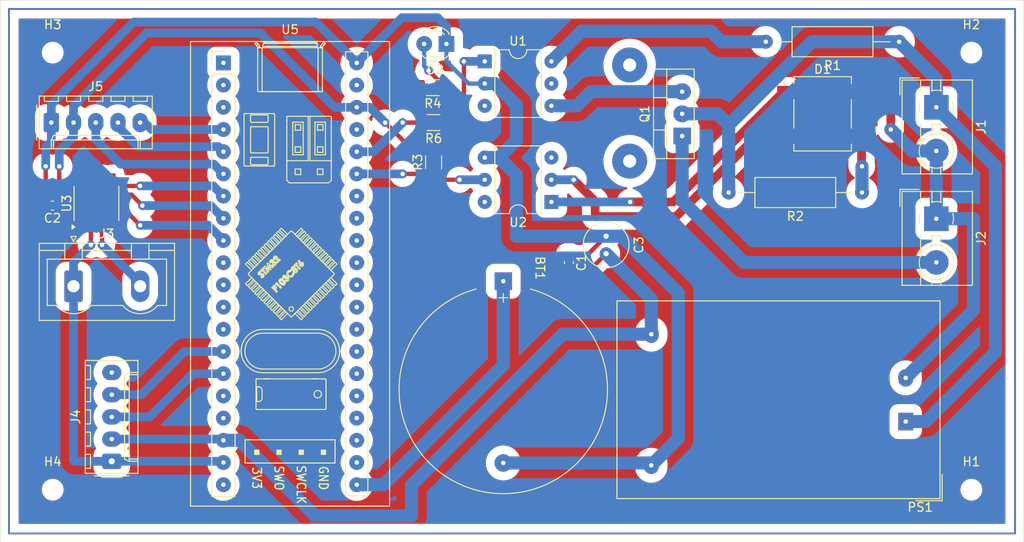
<source format=kicad_pcb>
(kicad_pcb (version 20240108) (generator "pcbnew") (generator_version "8.0")
  (layers (0 "F.Cu" signal) (31 "B.Cu" signal) (34 "B.Paste" user) (35 "F.Paste" user) (36 "B.SilkS" user "B.Silkscreen") (37 "F.SilkS" user "F.Silkscreen") (38 "B.Mask" user) (39 "F.Mask" user) (44 "Edge.Cuts" user))
  (net 0 "")
  (net 1 "GND")
  (net 2 "Net-(BT1-+)")
  (net 3 "Net-(J4-Pin_2)")
  (net 4 "Net-(J5-Pin_2)")
  (net 5 "Net-(D1-Pad3)")
  (net 6 "Net-(J1-Pin_2)")
  (net 7 "Net-(D1-+)")
  (net 8 "Net-(D1--)")
  (net 9 "Net-(D2-A)")
  (net 10 "Net-(J1-Pin_1)")
  (net 11 "Net-(J2-Pin_2)")
  (net 12 "Net-(J3-Pin_2)")
  (net 13 "Net-(J4-Pin_4)")
  (net 14 "Net-(J4-Pin_3)")
  (net 15 "Net-(J5-Pin_4)")
  (net 16 "Net-(J5-Pin_5)")
  (net 17 "Net-(J5-Pin_3)")
  (net 18 "Net-(Q1-G)")
  (net 19 "Net-(R1-Pad2)")
  (net 20 "Net-(R6-Pad1)")
  (net 25 "Net-(U3-SCK)")
  (net 26 "Net-(U3-~{CS})")
  (net 27 "Net-(U3-SO)")
  (net 51 "Net-(U5-PB11)")
  (net 52 "Net-(U5-PB10)")
  (footprint "Battery:BatteryHolder_MYOUNG_BS-07-A1BJ001_CR2032" (layer "F.Cu") (at 226.5 43.142546 -90)
    (property "Reference" "BT1" (at -1.5 -4.2 -90) (layer "F.SilkS"))
    (property "Value" "Battery_Cell")
    (pad "1" thru_hole rect (at 0 0 90) (size 2 2) (drill 0.5) (layers "*.Cu" "*.Mask") (net 2 "Net-(BT1-+)"))
    (pad "2" thru_hole circle (at 20.8 0 90) (size 2 2) (drill 0.5) (layers "*.Cu" "*.Mask") (net 1 "GND"))
  )
  (footprint "Resistor_THT:R_Axial_DIN0309_L9.0mm_D3.2mm_P15.24mm_Horizontal" (layer "F.Cu") (at 271.75 15.75 180)
    (property "Reference" "R1" (at 7.62 -2.72 180) (layer "F.SilkS"))
    (property "Value" "1K")
    (pad "1" thru_hole circle (at 0 0 180) (size 1.6 1.6) (drill 0.5) (layers "*.Cu" "*.Mask") (net 10 "Net-(J1-Pin_1)"))
    (pad "2" thru_hole oval (at 15.24 0 180) (size 1.6 1.6) (drill 0.5) (layers "*.Cu" "*.Mask") (net 19 "Net-(R1-Pad2)"))
  )
  (footprint "Connector_Molex:Molex_KK-254_AE-6410-05A_1x05_P2.54mm_Vertical" (layer "F.Cu") (at 181.75 63.75 90)
    (property "Reference" "J4" (at 5.08 -4.12 90) (layer "F.SilkS"))
    (property "Value" "Display 20x4")
    (pad "1" thru_hole roundrect (at 0 0 90) (size 1.74 2.19) (drill 0.7) (layers "*.Cu" "*.Mask") (roundrect_rratio 0.143678) (net 1 "GND"))
    (pad "2" thru_hole oval (at 2.54 0 90) (size 1.74 2.19) (drill 0.5) (layers "*.Cu" "*.Mask") (net 3 "Net-(J4-Pin_2)"))
    (pad "3" thru_hole oval (at 5.08 0 90) (size 1.74 2.19) (drill 0.5) (layers "*.Cu" "*.Mask") (net 14 "Net-(J4-Pin_3)"))
    (pad "4" thru_hole oval (at 7.62 0 90) (size 1.74 2.19) (drill 0.5) (layers "*.Cu" "*.Mask") (net 13 "Net-(J4-Pin_4)"))
    (pad "5" thru_hole oval (at 10.16 0 90) (size 1.74 2.19) (drill 0.5) (layers "*.Cu" "*.Mask"))
  )
  (footprint "Resistor_SMD:R_1206_3216Metric" (layer "F.Cu") (at 218.5375 29.5375 90)
    (property "Reference" "R3" (at 0 -1.82 90) (layer "F.SilkS"))
    (property "Value" "10K")
    (pad "1" smd roundrect (at -1.4625 0 90) (size 1.125 1.75) (layers "F.Cu" "F.Paste" "F.Mask") (roundrect_rratio 0.222222) (net 52 "Net-(U5-PB10)"))
    (pad "2" smd roundrect (at 1.4625 0 90) (size 1.125 1.75) (layers "F.Cu" "F.Paste" "F.Mask") (roundrect_rratio 0.222222) (net 4 "Net-(J5-Pin_2)"))
  )
  (footprint "Package_TO_SOT_THT:TO-220-3_Vertical" (layer "F.Cu") (at 246.945 26.54 90)
    (property "Reference" "Q1" (at 2.54 -4.27 90) (layer "F.SilkS"))
    (property "Value" "BTA16-600B")
    (pad "1" thru_hole rect (at 0 0 90) (size 1.905 2) (drill 0.5) (layers "*.Cu" "*.Mask") (net 11 "Net-(J2-Pin_2)"))
    (pad "2" thru_hole oval (at 2.54 0 90) (size 1.905 2) (drill 0.5) (layers "*.Cu" "*.Mask") (net 10 "Net-(J1-Pin_1)"))
    (pad "3" thru_hole oval (at 5.08 0 90) (size 1.905 2) (drill 0.5) (layers "*.Cu" "*.Mask") (net 18 "Net-(Q1-G)"))
  )
  (footprint "Capacitor_SMD:C_0603_1608Metric" (layer "F.Cu") (at 174.975 34.5 180)
    (property "Reference" "C2" (at 0 -1.43 0) (layer "F.SilkS"))
    (property "Value" "C")
    (pad "1" smd roundrect (at -0.775 0 180) (size 0.9 0.95) (layers "F.Cu" "F.Paste" "F.Mask") (net 4 "Net-(J5-Pin_2)"))
    (pad "2" smd roundrect (at 0.775 0 180) (size 0.9 0.95) (layers "F.Cu" "F.Paste" "F.Mask") (net 1 "GND"))
  )
  (footprint "Connector_Molex:Molex_KK-254_AE-6410-05A_1x05_P2.54mm_Vertical" (layer "F.Cu") (at 174.84 25)
    (property "Reference" "J5" (at 5.08 -4.12 0) (layer "F.SilkS"))
    (property "Value" "Encoder")
    (pad "1" thru_hole roundrect (at 0 0) (size 1.74 2.19) (drill 0.5) (layers "*.Cu" "*.Mask") (roundrect_rratio 0.143678) (net 1 "GND"))
    (pad "2" thru_hole oval (at 2.54 0) (size 1.74 2.19) (drill 0.5) (layers "*.Cu" "*.Mask") (net 4 "Net-(J5-Pin_2)"))
    (pad "3" thru_hole oval (at 5.08 0) (size 1.74 2.19) (drill 0.5) (layers "*.Cu" "*.Mask") (net 17 "Net-(J5-Pin_3)"))
    (pad "4" thru_hole oval (at 7.62 0) (size 1.74 2.19) (drill 0.5) (layers "*.Cu" "*.Mask") (net 15 "Net-(J5-Pin_4)"))
    (pad "5" thru_hole oval (at 10.16 0) (size 1.74 2.19) (drill 0.5) (layers "*.Cu" "*.Mask") (net 16 "Net-(J5-Pin_5)"))
  )
  (footprint "MountingHole:MountingHole_2mm" (layer "F.Cu") (at 175 17)
    (property "Reference" "H3" (at 0 -3.2 0) (layer "F.SilkS"))
    (property "Value" "MountingHole")
    (pad "" np_thru_hole circle (at 0 0) (size 2 2) (drill 2) (layers "*.Cu" "*.Mask"))
  )
  (footprint "Resistor_SMD:R_1206_3216Metric" (layer "F.Cu") (at 218.45 21 180)
    (property "Reference" "R4" (at 0 -1.82 180) (layer "F.SilkS"))
    (property "Value" "340")
    (pad "1" smd roundrect (at -1.4625 0 180) (size 1.125 1.75) (layers "F.Cu" "F.Paste" "F.Mask") (roundrect_rratio 0.222222) (net 9 "Net-(D2-A)"))
    (pad "2" smd roundrect (at 1.4625 0 180) (size 1.125 1.75) (layers "F.Cu" "F.Paste" "F.Mask") (roundrect_rratio 0.222222) (net 51 "Net-(U5-PB11)"))
  )
  (footprint "Library:YAAJ_BluePill_1" (layer "F.Cu") (at 194.51 18.17)
    (property "Reference" "U5" (at 7.62 -3.81 0) (layer "F.SilkS"))
    (property "Value" "YAAJ_BluePill_Part_Like" (hide yes))
    (fp_text user "GND" (at 11.43 47.498 -90) (layer "F.SilkS") (effects (font (size 1 0.9))))
    (fp_text user "SWCLK" (at 8.89 48.26 -90) (layer "F.SilkS") (effects (font (size 1 0.9))))
    (fp_text user "SWO" (at 6.35 47.498 -90) (layer "F.SilkS") (effects (font (size 1 0.9))))
    (fp_text user "3V3" (at 3.81 47.498 -90) (layer "F.SilkS") (effects (font (size 1 0.9))))
    (pad "1" thru_hole rect (at 0 0) (size 1.7 1.7) (drill 0.5) (layers "*.Cu" "*.Mask"))
    (pad "2" thru_hole circle (at 0 2.54) (size 1.7 1.7) (drill 0.5) (layers "*.Cu" "*.Mask"))
    (pad "3" thru_hole circle (at 0 5.08) (size 1.7 1.7) (drill 0.5) (layers "*.Cu" "*.Mask"))
    (pad "4" thru_hole circle (at 0 7.62) (size 1.7 1.7) (drill 0.5) (layers "*.Cu" "*.Mask") (net 16 "Net-(J5-Pin_5)"))
    (pad "5" thru_hole circle (at 0 10.16) (size 1.7 1.7) (drill 0.5) (layers "*.Cu" "*.Mask") (net 15 "Net-(J5-Pin_4)"))
    (pad "6" thru_hole circle (at 0 12.7) (size 1.7 1.7) (drill 0.5) (layers "*.Cu" "*.Mask") (net 17 "Net-(J5-Pin_3)"))
    (pad "7" thru_hole circle (at 0 15.24) (size 1.7 1.7) (drill 0.5) (layers "*.Cu" "*.Mask") (net 25 "Net-(U3-SCK)"))
    (pad "8" thru_hole circle (at 0 17.78) (size 1.7 1.7) (drill 0.5) (layers "*.Cu" "*.Mask") (net 26 "Net-(U3-~{CS})"))
    (pad "9" thru_hole circle (at 0 20.32) (size 1.7 1.7) (drill 0.5) (layers "*.Cu" "*.Mask") (net 27 "Net-(U3-SO)"))
    (pad "10" thru_hole circle (at 0 22.86) (size 1.7 1.7) (drill 0.5) (layers "*.Cu" "*.Mask"))
    (pad "11" thru_hole circle (at 0 25.4) (size 1.7 1.7) (drill 0.5) (layers "*.Cu" "*.Mask"))
    (pad "12" thru_hole circle (at 0 27.94) (size 1.7 1.7) (drill 0.5) (layers "*.Cu" "*.Mask"))
    (pad "13" thru_hole circle (at 0 30.48) (size 1.7 1.7) (drill 0.5) (layers "*.Cu" "*.Mask"))
    (pad "14" thru_hole circle (at 0 33.02) (size 1.7 1.7) (drill 0.5) (layers "*.Cu" "*.Mask") (net 13 "Net-(J4-Pin_4)"))
    (pad "15" thru_hole circle (at 0 35.56) (size 1.7 1.7) (drill 0.5) (layers "*.Cu" "*.Mask") (net 14 "Net-(J4-Pin_3)"))
    (pad "16" thru_hole circle (at 0 38.1) (size 1.7 1.7) (drill 0.5) (layers "*.Cu" "*.Mask"))
    (pad "17" thru_hole circle (at 0 40.64) (size 1.7 1.7) (drill 0.5) (layers "*.Cu" "*.Mask"))
    (pad "18" thru_hole circle (at 0 43.18) (size 1.7 1.7) (drill 0.5) (layers "*.Cu" "*.Mask") (net 3 "Net-(J4-Pin_2)"))
    (pad "19" thru_hole circle (at 0 45.72) (size 1.7 1.7) (drill 0.5) (layers "*.Cu" "*.Mask") (net 1 "GND"))
    (pad "20" thru_hole circle (at 0 48.26) (size 1.7 1.7) (drill 0.5) (layers "*.Cu" "*.Mask"))
    (pad "21" thru_hole circle (at 15.24 48.26) (size 1.7 1.7) (drill 0.5) (layers "*.Cu" "*.Mask") (net 2 "Net-(BT1-+)"))
    (pad "22" thru_hole circle (at 15.24 45.72) (size 1.7 1.7) (drill 0.5) (layers "*.Cu" "*.Mask"))
    (pad "23" thru_hole circle (at 15.24 43.18) (size 1.7 1.7) (drill 0.5) (layers "*.Cu" "*.Mask"))
    (pad "24" thru_hole circle (at 15.24 40.64) (size 1.7 1.7) (drill 0.5) (layers "*.Cu" "*.Mask"))
    (pad "25" thru_hole circle (at 15.24 38.1) (size 1.7 1.7) (drill 0.5) (layers "*.Cu" "*.Mask"))
    (pad "26" thru_hole circle (at 15.24 35.56) (size 1.7 1.7) (drill 0.5) (layers "*.Cu" "*.Mask"))
    (pad "27" thru_hole circle (at 15.24 33.02) (size 1.7 1.7) (drill 0.5) (layers "*.Cu" "*.Mask"))
    (pad "28" thru_hole circle (at 15.24 30.48) (size 1.7 1.7) (drill 0.5) (layers "*.Cu" "*.Mask"))
    (pad "29" thru_hole circle (at 15.24 27.94) (size 1.7 1.7) (drill 0.5) (layers "*.Cu" "*.Mask"))
    (pad "30" thru_hole circle (at 15.24 25.4) (size 1.7 1.7) (drill 0.5) (layers "*.Cu" "*.Mask"))
    (pad "31" thru_hole circle (at 15.24 22.86) (size 1.7 1.7) (drill 0.5) (layers "*.Cu" "*.Mask"))
    (pad "32" thru_hole circle (at 15.24 20.32) (size 1.7 1.7) (drill 0.5) (layers "*.Cu" "*.Mask"))
    (pad "33" thru_hole circle (at 15.24 17.78) (size 1.7 1.7) (drill 0.5) (layers "*.Cu" "*.Mask"))
    (pad "34" thru_hole circle (at 15.24 15.24) (size 1.7 1.7) (drill 0.5) (layers "*.Cu" "*.Mask"))
    (pad "35" thru_hole circle (at 15.24 12.7) (size 1.7 1.7) (drill 0.5) (layers "*.Cu" "*.Mask") (net 52 "Net-(U5-PB10)"))
    (pad "36" thru_hole circle (at 15.24 10.16) (size 1.7 1.7) (drill 0.5) (layers "*.Cu" "*.Mask") (net 51 "Net-(U5-PB11)"))
    (pad "37" thru_hole circle (at 15.24 7.62) (size 1.7 1.7) (drill 0.5) (layers "*.Cu" "*.Mask"))
    (pad "38" thru_hole circle (at 15.24 5.08) (size 1.7 1.7) (drill 0.5) (layers "*.Cu" "*.Mask") (net 4 "Net-(J5-Pin_2)"))
    (pad "39" thru_hole circle (at 15.24 2.54) (size 1.7 1.7) (drill 0.5) (layers "*.Cu" "*.Mask"))
    (pad "40" thru_hole circle (at 15.24 0) (size 1.7 1.7) (drill 0.5) (layers "*.Cu" "*.Mask") (net 1 "GND"))
  )
  (footprint "Package_DIP:DIP-6_W7.62mm" (layer "F.Cu") (at 224.38 18)
    (property "Reference" "U1" (at 3.81 -2.33 0) (layer "F.SilkS"))
    (property "Value" "MOC3021M")
    (pad "1" thru_hole rect (at 0 0) (size 1.6 1.6) (drill 0.5) (layers "*.Cu" "*.Mask") (net 20 "Net-(R6-Pad1)"))
    (pad "2" thru_hole oval (at 0 2.54) (size 1.6 1.6) (drill 0.5) (layers "*.Cu" "*.Mask") (net 1 "GND"))
    (pad "3" thru_hole oval (at 0 5.08) (size 1.6 1.6) (drill 0.5) (layers "*.Cu" "*.Mask"))
    (pad "4" thru_hole oval (at 7.62 5.08) (size 1.6 1.6) (drill 0.5) (layers "*.Cu" "*.Mask") (net 18 "Net-(Q1-G)"))
    (pad "5" thru_hole oval (at 7.62 2.54) (size 1.6 1.6) (drill 0.5) (layers "*.Cu" "*.Mask"))
    (pad "6" thru_hole oval (at 7.62 0) (size 1.6 1.6) (drill 0.5) (layers "*.Cu" "*.Mask") (net 19 "Net-(R1-Pad2)"))
  )
  (footprint "Package_SO:SOIC-8_3.9x4.9mm_P1.27mm" (layer "F.Cu") (at 180 34.25 90)
    (property "Reference" "U3" (at 0 -3.4 90) (layer "F.SilkS"))
    (property "Value" "MAX6675")
    (pad "1" smd roundrect (at -2.475 -1.905 90) (size 1.95 0.6) (layers "F.Cu" "F.Paste" "F.Mask") (net 1 "GND"))
    (pad "2" smd roundrect (at -2.475 -0.635 90) (size 1.95 0.6) (layers "F.Cu" "F.Paste" "F.Mask") (net 1 "GND"))
    (pad "3" smd roundrect (at -2.475 0.635 90) (size 1.95 0.6) (layers "F.Cu" "F.Paste" "F.Mask") (net 12 "Net-(J3-Pin_2)"))
    (pad "4" smd roundrect (at -2.475 1.905 90) (size 1.95 0.6) (layers "F.Cu" "F.Paste" "F.Mask") (net 4 "Net-(J5-Pin_2)"))
    (pad "5" smd roundrect (at 2.475 1.905 90) (size 1.95 0.6) (layers "F.Cu" "F.Paste" "F.Mask") (net 25 "Net-(U3-SCK)"))
    (pad "6" smd roundrect (at 2.475 0.635 90) (size 1.95 0.6) (layers "F.Cu" "F.Paste" "F.Mask") (net 26 "Net-(U3-~{CS})"))
    (pad "7" smd roundrect (at 2.475 -0.635 90) (size 1.95 0.6) (layers "F.Cu" "F.Paste" "F.Mask") (net 27 "Net-(U3-SO)"))
    (pad "8" smd roundrect (at 2.475 -1.905 90) (size 1.95 0.6) (layers "F.Cu" "F.Paste" "F.Mask"))
  )
  (footprint "MountingHole:MountingHole_2mm" (layer "F.Cu") (at 175 67)
    (property "Reference" "H4" (at 0 -3.2 0) (layer "F.SilkS"))
    (property "Value" "MountingHole")
    (pad "" np_thru_hole circle (at 0 0) (size 2 2) (drill 2) (layers "*.Cu" "*.Mask"))
  )
  (footprint "TerminalBlock:TerminalBlock_MaiXu_MX126-5.0-02P_1x02_P5.00mm" (layer "F.Cu") (at 276 23.25 -90)
    (property "Reference" "J1" (at 2.25 -5.12 -90) (layer "F.SilkS"))
    (property "Value" "Power In")
    (pad "1" thru_hole rect (at 0 0 270) (size 2.8 2.8) (drill 0.5) (layers "*.Cu" "*.Mask") (net 10 "Net-(J1-Pin_1)"))
    (pad "2" thru_hole circle (at 5 0 270) (size 2.8 2.8) (drill 0.5) (layers "*.Cu" "*.Mask") (net 6 "Net-(J1-Pin_2)"))
  )
  (footprint "TerminalBlock:TerminalBlock_MaiXu_MX126-5.0-02P_1x02_P5.00mm" (layer "F.Cu") (at 276 36 -90)
    (property "Reference" "J2" (at 2.25 -5.12 -90) (layer "F.SilkS"))
    (property "Value" "Load")
    (pad "1" thru_hole rect (at 0 0 270) (size 2.8 2.8) (drill 0.5) (layers "*.Cu" "*.Mask") (net 6 "Net-(J1-Pin_2)"))
    (pad "2" thru_hole circle (at 5 0 270) (size 2.8 2.8) (drill 0.5) (layers "*.Cu" "*.Mask") (net 11 "Net-(J2-Pin_2)"))
  )
  (footprint "MountingHole:MountingHole_2mm" (layer "F.Cu") (at 280 67)
    (property "Reference" "H1" (at 0 -3.2 0) (layer "F.SilkS"))
    (property "Value" "MountingHole")
    (pad "" np_thru_hole circle (at 0 0) (size 2 2) (drill 2) (layers "*.Cu" "*.Mask"))
  )
  (footprint "Resistor_THT:R_Axial_DIN0309_L9.0mm_D3.2mm_P15.24mm_Horizontal" (layer "F.Cu") (at 267.5 33 180)
    (property "Reference" "R2" (at 7.62 -2.72 0) (layer "F.SilkS"))
    (property "Value" "60K 1w")
    (pad "1" thru_hole circle (at 0 0 180) (size 1.6 1.6) (drill 0.5) (layers "*.Cu" "*.Mask") (net 5 "Net-(D1-Pad3)"))
    (pad "2" thru_hole oval (at 15.24 0 180) (size 1.6 1.6) (drill 0.5) (layers "*.Cu" "*.Mask") (net 10 "Net-(J1-Pin_1)"))
  )
  (footprint "Connector_Phoenix_GMSTB:PhoenixContact_GMSTBVA_2,5_2-G-7,62_1x02_P7.62mm_Vertical" (layer "F.Cu") (at 177.38 43.7225)
    (property "Reference" "J3" (at 3.81 -6 0) (layer "F.SilkS"))
    (property "Value" "Screw_Terminal_01x02")
    (pad "1" thru_hole roundrect (at 0 0) (size 2.1 3.6) (drill 1.4) (layers "*.Cu" "*.Mask") (roundrect_rratio 0.119048) (net 1 "GND"))
    (pad "2" thru_hole oval (at 7.62 0) (size 2.1 3.6) (drill 1.4) (layers "*.Cu" "*.Mask") (net 12 "Net-(J3-Pin_2)"))
  )
  (footprint "Package_DIP:DIP-6_W7.62mm" (layer "F.Cu") (at 232 34.08 180)
    (property "Reference" "U2" (at 3.81 -2.33 0) (layer "F.SilkS"))
    (property "Value" "4N25")
    (pad "1" thru_hole rect (at 0 0 180) (size 1.6 1.6) (drill 0.5) (layers "*.Cu" "*.Mask") (net 7 "Net-(D1-+)"))
    (pad "2" thru_hole oval (at 0 2.54 180) (size 1.6 1.6) (drill 0.5) (layers "*.Cu" "*.Mask") (net 8 "Net-(D1--)"))
    (pad "3" thru_hole oval (at 0 5.08 180) (size 1.6 1.6) (drill 0.5) (layers "*.Cu" "*.Mask"))
    (pad "4" thru_hole oval (at 7.62 5.08 180) (size 1.6 1.6) (drill 0.5) (layers "*.Cu" "*.Mask") (net 1 "GND"))
    (pad "5" thru_hole oval (at 7.62 2.54 180) (size 1.6 1.6) (drill 0.5) (layers "*.Cu" "*.Mask") (net 52 "Net-(U5-PB10)"))
    (pad "6" thru_hole oval (at 7.62 0 180) (size 1.6 1.6) (drill 0.5) (layers "*.Cu" "*.Mask"))
  )
  (footprint "LED_THT:LED_D3.0mm" (layer "F.Cu") (at 220 16 180)
    (property "Reference" "D2" (at 1.27 -2.96 0) (layer "F.SilkS"))
    (property "Value" "LED")
    (pad "1" thru_hole rect (at 0 0 180) (size 1.8 1.8) (drill 0.5) (layers "*.Cu" "*.Mask") (net 1 "GND"))
    (pad "2" thru_hole circle (at 2.54 0 180) (size 1.8 1.8) (drill 0.5) (layers "*.Cu" "*.Mask") (net 9 "Net-(D2-A)"))
  )
  (footprint "Capacitor_SMD:C_0603_1608Metric" (layer "F.Cu") (at 234 41.025 -90)
    (property "Reference" "C1" (at 0 -1.43 90) (layer "F.SilkS"))
    (property "Value" "10 uF")
    (pad "1" smd roundrect (at -0.775 0 270) (size 0.9 0.95) (layers "F.Cu" "F.Paste" "F.Mask") (net 1 "GND"))
    (pad "2" smd roundrect (at 0.775 0 270) (size 0.9 0.95) (layers "F.Cu" "F.Paste" "F.Mask") (net 3 "Net-(J4-Pin_2)"))
  )
  (footprint "Resistor_SMD:R_1206_3216Metric" (layer "F.Cu") (at 218.5375 25 180)
    (property "Reference" "R6" (at 0 -1.82 0) (layer "F.SilkS"))
    (property "Value" "470")
    (pad "1" smd roundrect (at -1.4625 0 180) (size 1.125 1.75) (layers "F.Cu" "F.Paste" "F.Mask") (roundrect_rratio 0.222222) (net 20 "Net-(R6-Pad1)"))
    (pad "2" smd roundrect (at 1.4625 0 180) (size 1.125 1.75) (layers "F.Cu" "F.Paste" "F.Mask") (roundrect_rratio 0.222222) (net 51 "Net-(U5-PB11)"))
  )
  (footprint "Diode_SMD:Diode_Bridge_OnSemi_SDIP-4L" (layer "F.Cu") (at 263 24)
    (property "Reference" "D1" (at 0 -5.1 0) (layer "F.SilkS"))
    (property "Value" "DF1510S")
    (pad "1" smd rect (at -4.45 -2.55) (size 1.5 1.3) (layers "F.Cu" "F.Paste" "F.Mask") (net 7 "Net-(D1-+)"))
    (pad "2" smd rect (at -4.45 2.55) (size 1.5 1.3) (layers "F.Cu" "F.Paste" "F.Mask") (net 8 "Net-(D1--)"))
    (pad "3" smd rect (at 4.45 2.55) (size 1.5 1.3) (layers "F.Cu" "F.Paste" "F.Mask") (net 5 "Net-(D1-Pad3)"))
    (pad "4" smd rect (at 4.45 -2.55) (size 1.5 1.3) (layers "F.Cu" "F.Paste" "F.Mask") (net 6 "Net-(J1-Pin_2)"))
  )
  (footprint "Converter_ACDC:Converter_ACDC_Hi-Link_HLK-PMxx" (layer "F.Cu") (at 272.4975 59.2075 180)
    (property "Reference" "PS1" (at -1.66 -9.79 0) (layer "F.SilkS"))
    (property "Value" "HLK-PM05 (5v)")
    (pad "1" thru_hole rect (at 0 0 180) (size 1.7 2) (drill 0.5) (layers "*.Cu" "*.Mask") (net 10 "Net-(J1-Pin_1)"))
    (pad "2" thru_hole oval (at 0 5 180) (size 1.7 2) (drill 0.5) (layers "*.Cu" "*.Mask") (net 6 "Net-(J1-Pin_2)"))
    (pad "3" thru_hole oval (at 29.08 -5 180) (size 1.7 2) (drill 0.5) (layers "*.Cu" "*.Mask") (net 1 "GND"))
    (pad "4" thru_hole oval (at 29.08 10 180) (size 1.7 2) (drill 0.5) (layers "*.Cu" "*.Mask") (net 3 "Net-(J4-Pin_2)"))
  )
  (footprint "Capacitor_THT:C_Radial_D5.0mm_H5.0mm_P2.00mm" (layer "F.Cu") (at 238.25 38 -90)
    (property "Reference" "C3" (at 1 -3.75 -90) (layer "F.SilkS"))
    (property "Value" "C")
    (pad "1" thru_hole circle (at 0 0 270) (size 1.2 1.2) (drill 0.6) (layers "*.Cu" "*.Mask") (net 1 "GND"))
    (pad "2" thru_hole circle (at 2 0 270) (size 1.2 1.2) (drill 0.6) (layers "*.Cu" "*.Mask") (net 3 "Net-(J4-Pin_2)"))
  )
  (footprint "MountingHole:MountingHole_2mm" (layer "F.Cu") (at 280 17)
    (property "Reference" "H2" (at 0 -3.2 0) (layer "F.SilkS"))
    (property "Value" "MountingHole")
    (pad "" np_thru_hole circle (at 0 0) (size 2 2) (drill 2) (layers "*.Cu" "*.Mask"))
  )
  (gr_rect (start 170 12) (end 285 72) (stroke (width 0.2)) (fill none) (layer "F.Cu"))
  (gr_rect (start 170 12) (end 285 72) (stroke (width 0.2)) (fill none) (layer "B.Cu"))
  (gr_rect (start 169 11) (end 286 73) (stroke (width 0.05)) (fill none) (layer "Edge.Cuts"))
  (via (at 240.945 18.41) (size 4) (drill 1.5) (layers "F.Cu" "B.Cu") (net 0))
  (via (at 240.945 29.41) (size 4) (drill 1.5) (layers "F.Cu" "B.Cu") (net 0))
  (segment (start 174.2 34.5) (end 176.425 36.725) (width 0.5) (layer "F.Cu") (net 1))
  (segment (start 236 40.25) (end 238.25 38) (width 0.5) (layer "F.Cu") (net 1))
  (segment (start 178.095 36.725) (end 179.365 36.725) (width 0.5) (layer "F.Cu") (net 1))
  (segment (start 174.75 25.09) (end 174.84 25) (width 0.5) (layer "F.Cu") (net 1))
  (segment (start 234 40.25) (end 236 40.25) (width 0.5) (layer "F.Cu") (net 1))
  (segment (start 176.425 36.725) (end 178.095 36.725) (width 0.5) (layer "F.Cu") (net 1))
  (segment (start 179.365 36.725) (end 179.365 39) (width 0.5) (layer "F.Cu") (net 1))
  (segment (start 174.2 30) (end 174.2 34.5) (width 0.5) (layer "F.Cu") (net 1))
  (via (at 174.2 30) (size 1) (drill 0.5) (layers "F.Cu" "B.Cu") (net 1))
  (via (at 179.365 39) (size 1) (drill 0.5) (layers "F.Cu" "B.Cu") (net 1))
  (segment (start 205.08 13.5) (end 184.25 13.5) (width 1) (layer "B.Cu") (net 1))
  (segment (start 209.75 18.17) (end 205.08 13.5) (width 1) (layer "B.Cu") (net 1))
  (segment (start 177.38 43.7225) (end 177.38 40.985) (width 1) (layer "B.Cu") (net 1))
  (segment (start 225.54 20.54) (end 228 23) (width 1.5) (layer "B.Cu") (net 1))
  (segment (start 174.84 27.16) (end 174.25 27.75) (width 1) (layer "B.Cu") (net 1))
  (segment (start 177.51 63.75) (end 181.75 63.75) (width 1) (layer "B.Cu") (net 1))
  (segment (start 222.54 20.54) (end 224.38 20.54) (width 0.5) (layer "B.Cu") (net 1))
  (segment (start 246.5 44.5) (end 240 38) (width 1.5) (layer "B.Cu") (net 1))
  (segment (start 177.38 63.62) (end 177.51 63.75) (width 1) (layer "B.Cu") (net 1))
  (segment (start 224.38 20.54) (end 225.54 20.54) (width 1.5) (layer "B.Cu") (net 1))
  (segment (start 243.152546 63.942546) (end 243.4175 64.2075) (width 1.5) (layer "B.Cu") (net 1))
  (segment (start 219 13) (end 220 14) (width 1) (layer "B.Cu") (net 1))
  (segment (start 228 38) (end 228 31) (width 1.5) (layer "B.Cu") (net 1))
  (segment (start 194.37 63.75) (end 194.51 63.89) (width 1) (layer "B.Cu") (net 1))
  (segment (start 184.25 13.5) (end 174.84 22.91) (width 1) (layer "B.Cu") (net 1))
  (segment (start 246.5 61.125) (end 246.5 44.5) (width 1.5) (layer "B.Cu") (net 1))
  (segment (start 220 18) (end 222.54 20.54) (width 0.5) (layer "B.Cu") (net 1))
  (segment (start 214.92 13) (end 219 13) (width 1) (layer "B.Cu") (net 1))
  (segment (start 174.84 22.91) (end 174.84 25) (width 1) (layer "B.Cu") (net 1))
  (segment (start 228 27) (end 226 29) (width 1.5) (layer "B.Cu") (net 1))
  (segment (start 209.75 18.17) (end 214.92 13) (width 1) (layer "B.Cu") (net 1))
  (segment (start 181.75 63.75) (end 194.37 63.75) (width 1) (layer "B.Cu") (net 1))
  (segment (start 177.38 40.985) (end 179.365 39) (width 1) (layer "B.Cu") (net 1))
  (segment (start 174.2 28.05) (end 174.2 30) (width 1) (layer "B.Cu") (net 1))
  (segment (start 224.38 29) (end 226 29) (width 1.5) (layer "B.Cu") (net 1))
  (segment (start 228 23) (end 228 27) (width 1.5) (layer "B.Cu") (net 1))
  (segment (start 177.38 63.62) (end 177.38 43.7225) (width 1) (layer "B.Cu") (net 1))
  (segment (start 226.5 63.942546) (end 243.152546 63.942546) (width 1.5) (layer "B.Cu") (net 1))
  (segment (start 228 31) (end 226 29) (width 1.5) (layer "B.Cu") (net 1))
  (segment (start 243.4175 64.2075) (end 246.5 61.125) (width 1.5) (layer "B.Cu") (net 1))
  (segment (start 220 16) (end 220 18) (width 0.5) (layer "B.Cu") (net 1))
  (segment (start 240 38) (end 228 38) (width 1.5) (layer "B.Cu") (net 1))
  (segment (start 220 14) (end 220 16) (width 1) (layer "B.Cu") (net 1))
  (segment (start 174.84 25) (end 174.84 27.16) (width 1) (layer "B.Cu") (net 1))
  (segment (start 209.75 66.43) (end 212.82 66.43) (width 1.5) (layer "B.Cu") (net 2))
  (segment (start 212.82 66.43) (end 226.5 52.75) (width 1.5) (layer "B.Cu") (net 2))
  (segment (start 226.5 52.75) (end 226.5 43.142546) (width 1.5) (layer "B.Cu") (net 2))
  (segment (start 236.45 41.8) (end 238.25 40) (width 0.5) (layer "F.Cu") (net 3))
  (segment (start 234 41.8) (end 236.45 41.8) (width 0.5) (layer "F.Cu") (net 3))
  (segment (start 233.2925 49.2075) (end 243.4175 49.2075) (width 1.5) (layer "B.Cu") (net 3))
  (segment (start 205 70) (end 216 70) (width 1.5) (layer "B.Cu") (net 3))
  (segment (start 243.4175 45.1675) (end 238.25 40) (width 1.5) (layer "B.Cu") (net 3))
  (segment (start 194.51 61.35) (end 196.35 61.35) (width 1.5) (layer "B.Cu") (net 3))
  (segment (start 196.35 61.35) (end 205 70) (width 1.5) (layer "B.Cu") (net 3))
  (segment (start 181.75 61.21) (end 194.37 61.21) (width 1) (layer "B.Cu") (net 3))
  (segment (start 194.37 61.21) (end 194.51 61.35) (width 1) (layer "B.Cu") (net 3))
  (segment (start 216 70) (end 216 66.5) (width 1.5) (layer "B.Cu") (net 3))
  (segment (start 243.4175 49.2075) (end 243.4175 45.1675) (width 1.5) (layer "B.Cu") (net 3))
  (segment (start 216 66.5) (end 233.2925 49.2075) (width 1.5) (layer "B.Cu") (net 3))
  (segment (start 181.905 35.750001) (end 181.905 36.725) (width 0.5) (layer "F.Cu") (net 4))
  (segment (start 176.55 35.3) (end 181.454999 35.3) (width 0.5) (layer "F.Cu") (net 4))
  (segment (start 181.454999 35.3) (end 181.905 35.750001) (width 0.5) (layer "F.Cu") (net 4))
  (segment (start 175.75 34.5) (end 176.55 35.3) (width 0.5) (layer "F.Cu") (net 4))
  (segment (start 213 25) (end 216.075 28.075) (width 0.5) (layer "F.Cu") (net 4))
  (segment (start 216.075 28.075) (end 218.5375 28.075) (width 0.5) (layer "F.Cu") (net 4))
  (segment (start 175.75 30) (end 175.75 34.5) (width 0.5) (layer "F.Cu") (net 4))
  (segment (start 177.75 25) (end 177.38 25) (width 0.5) (layer "F.Cu") (net 4))
  (via (at 175.75 30) (size 1) (drill 0.5) (layers "F.Cu" "B.Cu") (net 4))
  (via (at 213 25) (size 1) (drill 0.5) (layers "F.Cu" "B.Cu") (net 4))
  (segment (start 177.38 26.62) (end 175.75 28.25) (width 1) (layer "B.Cu") (net 4))
  (segment (start 198.75 14.75) (end 185.75 14.75) (width 1) (layer "B.Cu") (net 4))
  (segment (start 207.25 23.25) (end 198.75 14.75) (width 1) (layer "B.Cu") (net 4))
  (segment (start 177.38 25) (end 177.38 26.62) (width 1) (layer "B.Cu") (net 4))
  (segment (start 175.75 28.25) (end 175.75 30) (width 1) (layer "B.Cu") (net 4))
  (segment (start 211.25 23.25) (end 213 25) (width 1) (layer "B.Cu") (net 4))
  (segment (start 209.75 23.25) (end 207.25 23.25) (width 1) (layer "B.Cu") (net 4))
  (segment (start 209.75 23.25) (end 211.25 23.25) (width 1) (layer "B.Cu") (net 4))
  (segment (start 185.75 14.75) (end 177.38 23.12) (width 1) (layer "B.Cu") (net 4))
  (segment (start 177.38 23.12) (end 177.38 25) (width 1) (layer "B.Cu") (net 4))
  (segment (start 267.45 26.55) (end 267.45 29.95) (width 1) (layer "F.Cu") (net 5))
  (segment (start 267.45 29.95) (end 267.5 30) (width 1) (layer "F.Cu") (net 5))
  (via (at 267.5 30) (size 1) (drill 0.5) (layers "F.Cu" "B.Cu") (net 5))
  (segment (start 267.5 30) (end 267.5 33) (width 1.5) (layer "B.Cu") (net 5))
  (segment (start 270.79 25.79) (end 270.79 23.04) (width 1) (layer "F.Cu") (net 6))
  (segment (start 269.2 21.45) (end 267.45 21.45) (width 1) (layer "F.Cu") (net 6))
  (segment (start 270.79 23.04) (end 269.2 21.45) (width 1) (layer "F.Cu") (net 6))
  (via (at 270.79 25.79) (size 1) (drill 0.5) (layers "F.Cu" "B.Cu") (net 6))
  (segment (start 276 36) (end 280.25 36) (width 1.5) (layer "B.Cu") (net 6))
  (segment (start 276 28.25) (end 276 36) (width 1.5) (layer "B.Cu") (net 6))
  (segment (start 280.25 46.455) (end 272.4975 54.2075) (width 1.5) (layer "B.Cu") (net 6))
  (segment (start 276 28.25) (end 273.25 28.25) (width 1.5) (layer "B.Cu") (net 6))
  (segment (start 280.25 36) (end 280.25 46.455) (width 1.5) (layer "B.Cu") (net 6))
  (segment (start 273.25 28.25) (end 270.79 25.79) (width 1.5) (layer "B.Cu") (net 6))
  (segment (start 245.92 34.08) (end 258.55 21.45) (width 1) (layer "F.Cu") (net 7))
  (segment (start 241 34.08) (end 245.92 34.08) (width 1) (layer "F.Cu") (net 7))
  (via (at 241 34.08) (size 1) (drill 0.5) (layers "F.Cu" "B.Cu") (net 7))
  (segment (start 241 34.08) (end 232 34.08) (width 1) (layer "B.Cu") (net 7))
  (segment (start 237 35.75) (end 246.25 35.75) (width 1) (layer "F.Cu") (net 8))
  (segment (start 237 34) (end 237 35.75) (width 1) (layer "F.Cu") (net 8))
  (segment (start 255.45 26.55) (end 258.55 26.55) (width 1) (layer "F.Cu") (net 8))
  (segment (start 234.54 31.54) (end 237 34) (width 1) (layer "F.Cu") (net 8))
  (segment (start 246.25 35.75) (end 255.45 26.55) (width 1) (layer "F.Cu") (net 8))
  (via (at 234.54 31.54) (size 1) (drill 0.5) (layers "F.Cu" "B.Cu") (net 8))
  (segment (start 232 31.54) (end 234.54 31.54) (width 1) (layer "B.Cu") (net 8))
  (segment (start 217.95625 19.04375) (end 219.9125 21) (width 0.5) (layer "F.Cu") (net 9))
  (via (at 217.95625 19.04375) (size 1) (drill 0.5) (layers "F.Cu" "B.Cu") (net 9))
  (segment (start 217.46 16) (end 217.46 18.5475) (width 0.5) (layer "B.Cu") (net 9))
  (segment (start 217.46 18.5475) (end 217.95625 19.04375) (width 0.5) (layer "B.Cu") (net 9))
  (segment (start 261.77 15.75) (end 252.26 25.26) (width 1.5) (layer "B.Cu") (net 10))
  (segment (start 252.26 25.26) (end 251 24) (width 1.5) (layer "B.Cu") (net 10))
  (segment (start 252.26 33) (end 252.26 25.26) (width 1.5) (layer "B.Cu") (net 10))
  (segment (start 276 23.25) (end 282.75 30) (width 1.5) (layer "B.Cu") (net 10))
  (segment (start 271.75 15.75) (end 261.77 15.75) (width 1.5) (layer "B.Cu") (net 10))
  (segment (start 251 24) (end 246.945 24) (width 1.5) (layer "B.Cu") (net 10))
  (segment (start 274.7925 59.2075) (end 272.4975 59.2075) (width 1.5) (layer "B.Cu") (net 10))
  (segment (start 276 20) (end 276 23.25) (width 1.5) (layer "B.Cu") (net 10))
  (segment (start 271.75 15.75) (end 276 20) (width 1.5) (layer "B.Cu") (net 10))
  (segment (start 246.945 24) (end 249 24) (width 0.5) (layer "B.Cu") (net 10))
  (segment (start 282.75 30) (end 282.75 51.25) (width 1.5) (layer "B.Cu") (net 10))
  (segment (start 282.75 51.25) (end 274.7925 59.2075) (width 1.5) (layer "B.Cu") (net 10))
  (segment (start 246.945 26.54) (end 246.945 33.945) (width 1.5) (layer "B.Cu") (net 11))
  (segment (start 254 41) (end 246.945 33.945) (width 1.5) (layer "B.Cu") (net 11))
  (segment (start 276 41) (end 254 41) (width 1.5) (layer "B.Cu") (net 11))
  (segment (start 246.945 33.945) (end 249 36) (width 1) (layer "B.Cu") (net 11))
  (segment (start 180.635 36.725) (end 180.635 39) (width 0.5) (layer "F.Cu") (net 12))
  (via (at 180.635 39) (size 1) (drill 0.5) (layers "F.Cu" "B.Cu") (net 12))
  (segment (start 180.635 39) (end 185 43.365) (width 1) (layer "B.Cu") (net 12))
  (segment (start 185 43.365) (end 185 43.7225) (width 0.5) (layer "B.Cu") (net 12))
  (segment (start 181.75 56.13) (end 185.12 56.13) (width 1) (layer "B.Cu") (net 13))
  (segment (start 185.12 56.13) (end 190.06 51.19) (width 1) (layer "B.Cu") (net 13))
  (segment (start 190.06 51.19) (end 194.51 51.19) (width 1) (layer "B.Cu") (net 13))
  (segment (start 181.75 58.67) (end 186.08 58.67) (width 1) (layer "B.Cu") (net 14))
  (segment (start 186.08 58.67) (end 191.02 53.73) (width 1) (layer "B.Cu") (net 14))
  (segment (start 191.02 53.73) (end 194.51 53.73) (width 1) (layer "B.Cu") (net 14))
  (segment (start 182.46 25) (end 182.46 25.46) (width 0.5) (layer "F.Cu") (net 15))
  (segment (start 182.46 25.46) (end 184.75 27.75) (width 1) (layer "B.Cu") (net 15))
  (segment (start 193.93 27.75) (end 194.51 28.33) (width 1) (layer "B.Cu") (net 15))
  (segment (start 184.75 27.75) (end 193.93 27.75) (width 1) (layer "B.Cu") (net 15))
  (segment (start 185 25) (end 185.5 25) (width 0.5) (layer "F.Cu") (net 16))
  (segment (start 185.5 25) (end 186.29 25.79) (width 1) (layer "B.Cu") (net 16))
  (segment (start 186.29 25.79) (end 194.51 25.79) (width 1) (layer "B.Cu") (net 16))
  (segment (start 182.75 29.75) (end 193.39 29.75) (width 1) (layer "B.Cu") (net 17))
  (segment (start 193.39 29.75) (end 194.51 30.87) (width 1) (layer "B.Cu") (net 17))
  (segment (start 179.92 26.92) (end 182.75 29.75) (width 1) (layer "B.Cu") (net 17))
  (segment (start 179.92 25) (end 179.92 26.92) (width 1) (layer "B.Cu") (net 17))
  (segment (start 234.92 23.08) (end 236.54 21.46) (width 1.5) (layer "B.Cu") (net 18))
  (segment (start 236.54 21.46) (end 246.945 21.46) (width 1.5) (layer "B.Cu") (net 18))
  (segment (start 232 23.08) (end 234.92 23.08) (width 1.5) (layer "B.Cu") (net 18))
  (segment (start 250.23 14.55) (end 251.43 15.75) (width 1.5) (layer "B.Cu") (net 19))
  (segment (start 251.43 15.75) (end 256.51 15.75) (width 1.5) (layer "B.Cu") (net 19))
  (segment (start 235.45 14.55) (end 250.23 14.55) (width 1.5) (layer "B.Cu") (net 19))
  (segment (start 232 18) (end 235.45 14.55) (width 1.5) (layer "B.Cu") (net 19))
  (segment (start 222 23) (end 222 18) (width 0.5) (layer "F.Cu") (net 20))
  (segment (start 220 25) (end 222 23) (width 0.5) (layer "F.Cu") (net 20))
  (via (at 222 18) (size 1) (drill 0.5) (layers "F.Cu" "B.Cu") (net 20))
  (segment (start 222 18) (end 224.38 18) (width 1) (layer "B.Cu") (net 20))
  (segment (start 182.38 32.25) (end 185 32.25) (width 0.5) (layer "F.Cu") (net 25))
  (segment (start 181.905 31.775) (end 182.38 32.25) (width 0.5) (layer "F.Cu") (net 25))
  (via (at 185 32.25) (size 1) (drill 0.5) (layers "F.Cu" "B.Cu") (net 25))
  (segment (start 193.35 32.25) (end 194.51 33.41) (width 1) (layer "B.Cu") (net 25))
  (segment (start 185 32.25) (end 193.35 32.25) (width 1) (layer "B.Cu") (net 25))
  (segment (start 180.635 32.749999) (end 180.635 31.775) (width 0.5) (layer "F.Cu") (net 26))
  (segment (start 184 33.25) (end 181.135001 33.25) (width 0.5) (layer "F.Cu") (net 26))
  (segment (start 185.25 34.5) (end 184 33.25) (width 0.5) (layer "F.Cu") (net 26))
  (segment (start 181.135001 33.25) (end 180.635 32.749999) (width 0.5) (layer "F.Cu") (net 26))
  (segment (start 180.635 31.775) (end 180.635 32.635) (width 0.5) (layer "F.Cu") (net 26))
  (via (at 185.25 34.5) (size 1) (drill 0.5) (layers "F.Cu" "B.Cu") (net 26))
  (segment (start 185.25 34.5) (end 193.06 34.5) (width 1) (layer "B.Cu") (net 26))
  (segment (start 193.06 34.5) (end 194.51 35.95) (width 1) (layer "B.Cu") (net 26))
  (segment (start 185 36.75) (end 182.5 34.25) (width 0.5) (layer "F.Cu") (net 27))
  (segment (start 180.25 34.25) (end 179.365 33.365) (width 0.5) (layer "F.Cu") (net 27))
  (segment (start 182.5 34.25) (end 180.25 34.25) (width 0.5) (layer "F.Cu") (net 27))
  (segment (start 179.365 33.365) (end 179.365 31.775) (width 0.5) (layer "F.Cu") (net 27))
  (via (at 185 36.75) (size 1) (drill 0.5) (layers "F.Cu" "B.Cu") (net 27))
  (segment (start 192.77 36.75) (end 194.51 38.49) (width 1) (layer "B.Cu") (net 27))
  (segment (start 185 36.75) (end 192.77 36.75) (width 1) (layer "B.Cu") (net 27))
  (segment (start 217.075 25) (end 215 25) (width 0.5) (layer "F.Cu") (net 51))
  (segment (start 216.9875 21) (end 216.9875 24.9125) (width 0.5) (layer "F.Cu") (net 51))
  (segment (start 216.9875 24.9125) (end 217.075 25) (width 0.5) (layer "F.Cu") (net 51))
  (via (at 215 25) (size 1) (drill 0.5) (layers "F.Cu" "B.Cu") (net 51))
  (segment (start 215 25) (end 211.67 28.33) (width 1) (layer "B.Cu") (net 51))
  (segment (start 211.67 28.33) (end 209.75 28.33) (width 1) (layer "B.Cu") (net 51))
  (segment (start 215 30.87) (end 218.4075 30.87) (width 0.5) (layer "F.Cu") (net 52))
  (segment (start 219.0775 31.54) (end 218.5375 31) (width 0.5) (layer "F.Cu") (net 52))
  (segment (start 218.4075 30.87) (end 218.5375 31) (width 0.5) (layer "F.Cu") (net 52))
  (segment (start 221.5 31.54) (end 219.0775 31.54) (width 0.5) (layer "F.Cu") (net 52))
  (via (at 221.5 31.54) (size 1) (drill 0.5) (layers "F.Cu" "B.Cu") (net 52))
  (via (at 215 30.87) (size 1) (drill 0.5) (layers "F.Cu" "B.Cu") (net 52))
  (segment (start 224.38 31.54) (end 221.5 31.54) (width 1) (layer "B.Cu") (net 52))
  (segment (start 209.75 30.87) (end 215 30.87) (width 1) (layer "B.Cu") (net 52))
  (zone (net 0) (net_name "") (layers "F&B.Cu") (priority 4) (connect_pads (clearance 1)) (min_thickness 0.25) (fill yes (thermal_gap 0.5) (thermal_bridge_width 0.5) (island_removal_mode 1) (island_area_min 10))
    (polygon (pts (xy 170 12) (xy 170 72) (xy 285 72) (xy 285 12)))
  )
)
</source>
